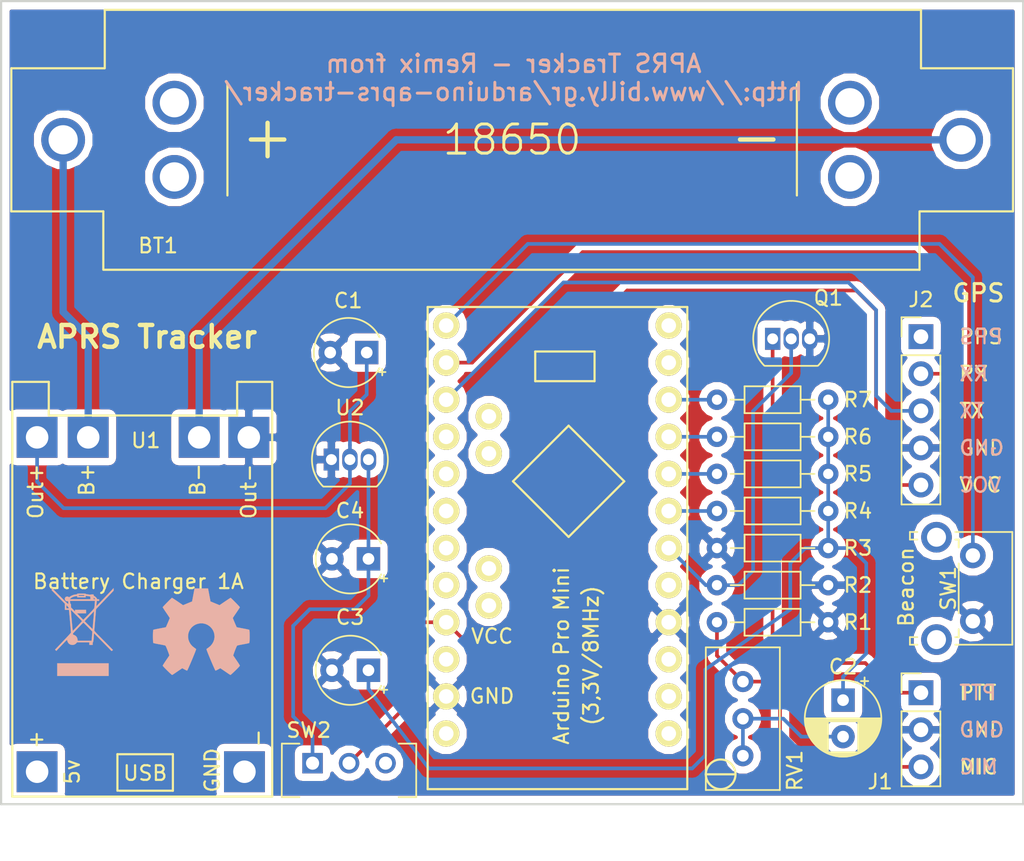
<source format=kicad_pcb>
(kicad_pcb (version 20221018) (generator pcbnew)
  (layers (0 "F.Cu" signal) (31 "B.Cu" signal) (34 "B.Paste" user) (35 "F.Paste" user) (36 "B.SilkS" user "B.Silkscreen") (37 "F.SilkS" user "F.Silkscreen") (38 "B.Mask" user) (39 "F.Mask" user) (44 "Edge.Cuts" user))
  (net 0 "")
  (net 1 "+3V3")
  (net 2 "GND")
  (net 3 "Net-(C1-Pad1)")
  (net 4 "/PTT")
  (net 5 "/PTT_IN")
  (net 6 "/RX")
  (net 7 "/TX")
  (net 8 "Net-(R4-Pad1)")
  (net 9 "Net-(R5-Pad1)")
  (net 10 "Net-(R6-Pad1)")
  (net 11 "Net-(R7-Pad1)")
  (net 12 "Net-(SW1-Pad1)")
  (net 13 "Net-(BT1-Pad1)")
  (net 14 "Net-(BT1-Pad2)")
  (net 15 "Net-(C2-Pad1)")
  (net 16 "Net-(C2-Pad2)")
  (net 17 "Net-(C4-Pad1)")
  (net 18 "/MIC_ANALOG_OUT")
  (footprint "Resistor_THT:R_Axial_DIN0204_L3.6mm_D1.6mm_P7.62mm_Horizontal" (layer "F.Cu") (at 119.526 138.42)
    (fp_text reference "R4" (at 9.652 0) (layer "F.SilkS"))
    (fp_text value "8,2k")
    (pad "1" thru_hole circle (at 0 0) (size 1.4 1.4) (drill 0.7) (layers "*.Cu" "*.Mask") (net 8 "Net-(R4-Pad1)"))
    (pad "2" thru_hole oval (at 7.62 0) (size 1.4 1.4) (drill 0.7) (layers "*.Cu" "*.Mask") (net 15 "Net-(C2-Pad1)"))
  )
  (footprint "Capacitor_THT:CP_Radial_Tantal_D4.5mm_P2.50mm" (layer "F.Cu") (at 95.54 127.57 180)
    (fp_text reference "C1" (at 1.27 3.556 180) (layer "F.SilkS"))
    (fp_text value "1uF")
    (pad "1" thru_hole rect (at 0 0 180) (size 1.6 1.6) (drill 0.8) (layers "*.Cu" "*.Mask") (net 3 "Net-(C1-Pad1)"))
    (pad "2" thru_hole circle (at 2.5 0 180) (size 1.6 1.6) (drill 0.8) (layers "*.Cu" "*.Mask") (net 2 "GND"))
  )
  (footprint "Resistor_THT:R_Axial_DIN0204_L3.6mm_D1.6mm_P7.62mm_Horizontal" (layer "F.Cu") (at 119.526 140.96)
    (fp_text reference "R3" (at 9.652 0) (layer "F.SilkS"))
    (fp_text value "270")
    (pad "1" thru_hole circle (at 0 0) (size 1.4 1.4) (drill 0.7) (layers "*.Cu" "*.Mask") (net 2 "GND"))
    (pad "2" thru_hole oval (at 7.62 0) (size 1.4 1.4) (drill 0.7) (layers "*.Cu" "*.Mask") (net 15 "Net-(C2-Pad1)"))
  )
  (footprint "Capacitor_THT:CP_Radial_D5.0mm_P2.50mm" (layer "F.Cu") (at 128.162 151.374 -90)
    (fp_text reference "C2" (at -2.286 0) (layer "F.SilkS"))
    (fp_text value "4,7uF/16V")
    (pad "1" thru_hole rect (at 0 0 270) (size 1.6 1.6) (drill 0.8) (layers "*.Cu" "*.Mask") (net 15 "Net-(C2-Pad1)"))
    (pad "2" thru_hole circle (at 2.5 0 270) (size 1.6 1.6) (drill 0.8) (layers "*.Cu" "*.Mask") (net 16 "Net-(C2-Pad2)"))
  )
  (footprint "Arduino-ProMini:Arduino-ProMini" (layer "F.Cu") (at 100.984 125.72 180)
    (fp_text reference "U3" hide)
    (fp_text value "Arduino-Pro-Mini" hide)
    (fp_text user "Mini" (at -7.89 -18.034 90) (layer "F.SilkS"))
    (fp_text user "Pro" (at -7.89 -21.336 90) (layer "F.SilkS"))
    (fp_text user "Arduino" (at -7.89 -25.908 90) (layer "F.SilkS"))
    (pad "1" thru_hole circle (at -15.24 -27.94 180) (size 1.8 1.8) (drill 1) (layers "*.Cu" "*.Mask" "F.SilkS"))
    (pad "2" thru_hole circle (at -15.24 -25.4 180) (size 1.8 1.8) (drill 1) (layers "*.Cu" "*.Mask" "F.SilkS"))
    (pad "3" thru_hole circle (at -15.24 -22.86 180) (size 1.8 1.8) (drill 1) (layers "*.Cu" "*.Mask" "F.SilkS"))
    (pad "4" thru_hole circle (at -15.24 -20.32 180) (size 1.8 1.8) (drill 1) (layers "*.Cu" "*.Mask" "F.SilkS") (net 2 "GND"))
    (pad "5" thru_hole circle (at -15.24 -17.78 180) (size 1.8 1.8) (drill 1) (layers "*.Cu" "*.Mask" "F.SilkS"))
    (pad "6" thru_hole circle (at -15.24 -15.24 180) (size 1.8 1.8) (drill 1) (layers "*.Cu" "*.Mask" "F.SilkS") (net 5 "/PTT_IN"))
    (pad "7" thru_hole circle (at -15.24 -12.7 180) (size 1.8 1.8) (drill 1) (layers "*.Cu" "*.Mask" "F.SilkS") (net 8 "Net-(R4-Pad1)"))
    (pad "8" thru_hole circle (at -15.24 -10.16 180) (size 1.8 1.8) (drill 1) (layers "*.Cu" "*.Mask" "F.SilkS") (net 9 "Net-(R5-Pad1)"))
    (pad "9" thru_hole circle (at -15.24 -7.62 180) (size 1.8 1.8) (drill 1) (layers "*.Cu" "*.Mask" "F.SilkS") (net 10 "Net-(R6-Pad1)"))
    (pad "10" thru_hole circle (at -15.24 -5.08 180) (size 1.8 1.8) (drill 1) (layers "*.Cu" "*.Mask" "F.SilkS") (net 11 "Net-(R7-Pad1)"))
    (pad "11" thru_hole circle (at -15.24 -2.54 180) (size 1.8 1.8) (drill 1) (layers "*.Cu" "*.Mask" "F.SilkS"))
    (pad "12" thru_hole circle (at -15.24 0 180) (size 1.8 1.8) (drill 1) (layers "*.Cu" "*.Mask" "F.SilkS"))
    (pad "13" thru_hole circle (at 0 0 180) (size 1.8 1.8) (drill 1) (layers "*.Cu" "*.Mask" "F.SilkS") (net 12 "Net-(SW1-Pad1)"))
    (pad "14" thru_hole circle (at 0 -2.54 180) (size 1.8 1.8) (drill 1) (layers "*.Cu" "*.Mask" "F.SilkS") (net 6 "/RX"))
    (pad "15" thru_hole circle (at 0 -5.08 180) (size 1.8 1.8) (drill 1) (layers "*.Cu" "*.Mask" "F.SilkS") (net 7 "/TX"))
    (pad "16" thru_hole circle (at 0 -7.62 180) (size 1.8 1.8) (drill 1) (layers "*.Cu" "*.Mask" "F.SilkS"))
    (pad "17" thru_hole circle (at 0 -10.16 180) (size 1.8 1.8) (drill 1) (layers "*.Cu" "*.Mask" "F.SilkS"))
    (pad "18" thru_hole circle (at 0 -12.7 180) (size 1.8 1.8) (drill 1) (layers "*.Cu" "*.Mask" "F.SilkS"))
    (pad "19" thru_hole circle (at 0 -15.24 180) (size 1.8 1.8) (drill 1) (layers "*.Cu" "*.Mask" "F.SilkS"))
    (pad "20" thru_hole circle (at 0 -17.78 180) (size 1.8 1.8) (drill 1) (layers "*.Cu" "*.Mask" "F.SilkS"))
    (pad "21" thru_hole circle (at 0 -20.32 180) (size 1.8 1.8) (drill 1) (layers "*.Cu" "*.Mask" "F.SilkS") (net 1 "+3V3"))
    (pad "22" thru_hole circle (at 0 -22.86 180) (size 1.8 1.8) (drill 1) (layers "*.Cu" "*.Mask" "F.SilkS"))
    (pad "23" thru_hole circle (at 0 -25.4 180) (size 1.8 1.8) (drill 1) (layers "*.Cu" "*.Mask" "F.SilkS") (net 2 "GND"))
    (pad "24" thru_hole circle (at 0 -27.94 180) (size 1.8 1.8) (drill 1) (layers "*.Cu" "*.Mask" "F.SilkS"))
    (pad "31" thru_hole circle (at -2.921 -16.637 180) (size 1.8 1.8) (drill 1) (layers "*.Cu" "*.Mask" "F.SilkS"))
    (pad "32" thru_hole circle (at -2.921 -19.177 180) (size 1.8 1.8) (drill 1) (layers "*.Cu" "*.Mask" "F.SilkS"))
    (pad "33" thru_hole circle (at -2.921 -6.223 180) (size 1.8 1.8) (drill 1) (layers "*.Cu" "*.Mask" "F.SilkS"))
    (pad "34" thru_hole circle (at -2.921 -8.763 180) (size 1.8 1.8) (drill 1) (layers "*.Cu" "*.Mask" "F.SilkS"))
  )
  (footprint "Resistor_THT:R_Axial_DIN0204_L3.6mm_D1.6mm_P7.62mm_Horizontal" (layer "F.Cu") (at 119.526 143.5)
    (fp_text reference "R2" (at 9.652 0) (layer "F.SilkS"))
    (fp_text value "10k")
    (pad "1" thru_hole circle (at 0 0) (size 1.4 1.4) (drill 0.7) (layers "*.Cu" "*.Mask") (net 5 "/PTT_IN"))
    (pad "2" thru_hole oval (at 7.62 0) (size 1.4 1.4) (drill 0.7) (layers "*.Cu" "*.Mask") (net 2 "GND"))
  )
  (footprint "Resistor_THT:R_Axial_DIN0204_L3.6mm_D1.6mm_P7.62mm_Horizontal" (layer "F.Cu") (at 127.146 146.04 180)
    (fp_text reference "R1" (at -2.032 0 180) (layer "F.SilkS"))
    (fp_text value "1k")
    (pad "1" thru_hole circle (at 0 0 180) (size 1.4 1.4) (drill 0.7) (layers "*.Cu" "*.Mask") (net 2 "GND"))
    (pad "2" thru_hole oval (at 7.62 0 180) (size 1.4 1.4) (drill 0.7) (layers "*.Cu" "*.Mask") (net 18 "/MIC_ANALOG_OUT"))
  )
  (footprint "Package_TO_SOT_THT:TO-92_Inline" (layer "F.Cu") (at 123.34 126.63)
    (fp_text reference "Q1" (at 3.81 -2.794) (layer "F.SilkS"))
    (fp_text value "BS170")
    (pad "1" thru_hole rect (at 0 0) (size 1.05 1.5) (drill 0.75) (layers "*.Cu" "*.Mask") (net 4 "/PTT"))
    (pad "2" thru_hole oval (at 1.27 0) (size 1.05 1.5) (drill 0.75) (layers "*.Cu" "*.Mask") (net 5 "/PTT_IN"))
    (pad "3" thru_hole oval (at 2.54 0) (size 1.05 1.5) (drill 0.75) (layers "*.Cu" "*.Mask") (net 2 "GND"))
  )
  (footprint "Capacitor_THT:CP_Radial_Tantal_D4.5mm_P2.50mm" (layer "F.Cu") (at 95.66 141.7 180)
    (fp_text reference "C4" (at 1.27 3.302 180) (layer "F.SilkS"))
    (fp_text value "1uF")
    (pad "1" thru_hole rect (at 0 0 180) (size 1.6 1.6) (drill 0.8) (layers "*.Cu" "*.Mask") (net 17 "Net-(C4-Pad1)"))
    (pad "2" thru_hole circle (at 2.5 0 180) (size 1.6 1.6) (drill 0.8) (layers "*.Cu" "*.Mask") (net 2 "GND"))
  )
  (footprint "Resistor_THT:R_Axial_DIN0204_L3.6mm_D1.6mm_P7.62mm_Horizontal" (layer "F.Cu") (at 119.526 135.88)
    (fp_text reference "R5" (at 9.652 0) (layer "F.SilkS"))
    (fp_text value "3,9k")
    (pad "1" thru_hole circle (at 0 0) (size 1.4 1.4) (drill 0.7) (layers "*.Cu" "*.Mask") (net 9 "Net-(R5-Pad1)"))
    (pad "2" thru_hole oval (at 7.62 0) (size 1.4 1.4) (drill 0.7) (layers "*.Cu" "*.Mask") (net 15 "Net-(C2-Pad1)"))
  )
  (footprint "TP4056:TP4056-18650" (layer "F.Cu") (at 71.266 157.978 90)
    (fp_text reference "U1" (at 24.384 9.144 180) (layer "F.SilkS"))
    (fp_text value "TP4056")
    (fp_text user "B-" (at 21.7 12.7 90) (layer "F.SilkS"))
    (fp_text user "Battery Charger 1A" (at 14.732 8.636 180) (layer "F.SilkS"))
    (fp_text user "5v" (at 1.7 4.1 90) (layer "F.SilkS"))
    (fp_text user "Out-" (at 20.9 16.2 90) (layer "F.SilkS"))
    (fp_text user "USB" (at 1.6 9.1 180) (layer "F.SilkS"))
    (fp_text user "B+" (at 21.7 5.1 90) (layer "F.SilkS"))
    (fp_text user "Out+" (at 20.9 1.6 90) (layer "F.SilkS"))
    (fp_text user "GND" (at 1.8 13.7 90) (layer "F.SilkS"))
    (fp_text user "-" (at 4 16.8 90) (layer "F.SilkS"))
    (fp_text user "+" (at 3.9 1.6 90) (layer "F.SilkS"))
    (pad "1" thru_hole rect (at 1.7 1.7 90) (size 2.8 2.8) (drill 1.54) (layers "*.Cu" "*.Mask"))
    (pad "2" thru_hole rect (at 1.7 15.9 90) (size 2.8 2.8) (drill 1.54) (layers "*.Cu" "*.Mask"))
    (pad "3" thru_hole rect (at 24.6 1.7 90) (size 2.8 2.8) (drill 1.54) (layers "*.Cu" "*.Mask") (net 3 "Net-(C1-Pad1)"))
    (pad "4" thru_hole rect (at 24.6 16.2 90) (size 2.8 2.8) (drill 1.54) (layers "*.Cu" "*.Mask") (net 2 "GND"))
    (pad "5" thru_hole rect (at 24.6 5.2 90) (size 2.8 2.8) (drill 1.54) (layers "*.Cu" "*.Mask") (net 13 "Net-(BT1-Pad1)"))
    (pad "6" thru_hole rect (at 24.6 12.8 90) (size 2.8 2.8) (drill 1.54) (layers "*.Cu" "*.Mask") (net 14 "Net-(BT1-Pad2)"))
  )
  (footprint "Button_Switch_THT:SW_CuK_JS202011BQN_SPDT_Angled" (layer "F.Cu") (at 91.84 155.692)
    (fp_text reference "SW2" (at -0.27 -2.26) (layer "F.SilkS"))
    (fp_text value "SW_SPDT")
    (pad "1" thru_hole rect (at -0.01 -0.001) (size 1.4 1.4) (drill 0.9) (layers "*.Cu" "*.Mask") (net 17 "Net-(C4-Pad1)"))
    (pad "2" thru_hole circle (at 2.49 -0.001) (size 1.4 1.4) (drill 0.9) (layers "*.Cu" "*.Mask") (net 1 "+3V3"))
    (pad "3" thru_hole circle (at 4.99 -0.001) (size 1.4 1.4) (drill 0.9) (layers "*.Cu" "*.Mask"))
  )
  (footprint "Button_Switch_THT:SW_Tactile_SPST_Angled_PTS645Vx31-2LFS" (layer "F.Cu") (at 137.052 141.468 -90)
    (fp_text reference "SW1" (at 2.25 1.68 270) (layer "F.SilkS"))
    (fp_text value "SW_Push")
    (pad "" thru_hole circle (at -1.25 2.49 270) (size 2.1 2.1) (drill 1.3) (layers "*.Cu" "*.Mask"))
    (pad "" thru_hole circle (at 5.76 2.49 270) (size 2.1 2.1) (drill 1.3) (layers "*.Cu" "*.Mask"))
    (pad "1" thru_hole circle (at 0 0 270) (size 1.75 1.75) (drill 0.99) (layers "*.Cu" "*.Mask") (net 12 "Net-(SW1-Pad1)"))
    (pad "2" thru_hole circle (at 4.5 0 270) (size 1.75 1.75) (drill 0.99) (layers "*.Cu" "*.Mask") (net 2 "GND"))
  )
  (footprint "Connector_PinHeader_2.54mm:PinHeader_1x03_P2.54mm_Vertical" (layer "F.Cu") (at 133.496 150.866)
    (fp_text reference "J1" (at -2.794 6.096) (layer "F.SilkS"))
    (fp_text value "Conn_01x03_Male")
    (pad "1" thru_hole rect (at 0 0) (size 1.7 1.7) (drill 1) (layers "*.Cu" "*.Mask") (net 4 "/PTT"))
    (pad "2" thru_hole oval (at 0 2.54) (size 1.7 1.7) (drill 1) (layers "*.Cu" "*.Mask") (net 2 "GND"))
    (pad "3" thru_hole oval (at 0 5.08) (size 1.7 1.7) (drill 1) (layers "*.Cu" "*.Mask") (net 18 "/MIC_ANALOG_OUT"))
  )
  (footprint "Resistor_THT:R_Axial_DIN0204_L3.6mm_D1.6mm_P7.62mm_Horizontal" (layer "F.Cu") (at 119.526 130.8)
    (fp_text reference "R7" (at 9.652 0) (layer "F.SilkS"))
    (fp_text value "1k")
    (pad "1" thru_hole circle (at 0 0) (size 1.4 1.4) (drill 0.7) (layers "*.Cu" "*.Mask") (net 11 "Net-(R7-Pad1)"))
    (pad "2" thru_hole oval (at 7.62 0) (size 1.4 1.4) (drill 0.7) (layers "*.Cu" "*.Mask") (net 15 "Net-(C2-Pad1)"))
  )
  (footprint "Resistor_THT:R_Axial_DIN0204_L3.6mm_D1.6mm_P7.62mm_Horizontal" (layer "F.Cu") (at 119.526 133.34)
    (fp_text reference "R6" (at 9.652 0) (layer "F.SilkS"))
    (fp_text value "2,2k")
    (pad "1" thru_hole circle (at 0 0) (size 1.4 1.4) (drill 0.7) (layers "*.Cu" "*.Mask") (net 10 "Net-(R6-Pad1)"))
    (pad "2" thru_hole oval (at 7.62 0) (size 1.4 1.4) (drill 0.7) (layers "*.Cu" "*.Mask") (net 15 "Net-(C2-Pad1)"))
  )
  (footprint "Connector_PinHeader_2.54mm:PinHeader_1x05_P2.54mm_Vertical" (layer "F.Cu") (at 133.496 126.482)
    (fp_text reference "J2" (at 0 -2.54) (layer "F.SilkS"))
    (fp_text value "Conn_01x05_Male")
    (pad "1" thru_hole rect (at 0 0) (size 1.7 1.7) (drill 1) (layers "*.Cu" "*.Mask"))
    (pad "2" thru_hole oval (at 0 2.54) (size 1.7 1.7) (drill 1) (layers "*.Cu" "*.Mask") (net 6 "/RX"))
    (pad "3" thru_hole oval (at 0 5.08) (size 1.7 1.7) (drill 1) (layers "*.Cu" "*.Mask") (net 7 "/TX"))
    (pad "4" thru_hole oval (at 0 7.62) (size 1.7 1.7) (drill 1) (layers "*.Cu" "*.Mask") (net 2 "GND"))
    (pad "5" thru_hole oval (at 0 10.16) (size 1.7 1.7) (drill 1) (layers "*.Cu" "*.Mask") (net 1 "+3V3"))
  )
  (footprint "Potentiometer_THT:Potentiometer_Bourns_3296W_Vertical" (layer "F.Cu") (at 121.304 155.184 -90)
    (fp_text reference "RV1" (at 1.016 -3.556 270) (layer "F.SilkS"))
    (fp_text value "10k")
    (pad "1" thru_hole circle (at 0 0 270) (size 1.44 1.44) (drill 0.8) (layers "*.Cu" "*.Mask") (net 16 "Net-(C2-Pad2)"))
    (pad "2" thru_hole circle (at -2.54 0 270) (size 1.44 1.44) (drill 0.8) (layers "*.Cu" "*.Mask") (net 16 "Net-(C2-Pad2)"))
    (pad "3" thru_hole circle (at -5.08 0 270) (size 1.44 1.44) (drill 0.8) (layers "*.Cu" "*.Mask") (net 18 "/MIC_ANALOG_OUT"))
  )
  (footprint "Package_TO_SOT_THT:TO-92_Inline" (layer "F.Cu") (at 93.12 134.9)
    (fp_text reference "U2" (at 1.27 -3.556) (layer "F.SilkS"))
    (fp_text value "MCP1700-3302E_TO92")
    (pad "1" thru_hole rect (at 0 0) (size 1.05 1.5) (drill 0.75) (layers "*.Cu" "*.Mask") (net 2 "GND"))
    (pad "2" thru_hole oval (at 1.27 0) (size 1.05 1.5) (drill 0.75) (layers "*.Cu" "*.Mask") (net 3 "Net-(C1-Pad1)"))
    (pad "3" thru_hole oval (at 2.54 0) (size 1.05 1.5) (drill 0.75) (layers "*.Cu" "*.Mask") (net 17 "Net-(C4-Pad1)"))
  )
  (footprint "Battery_ClipHolder_18650:Battery_ClipHolder_18650" (layer "F.Cu") (at 105.5 113)
    (fp_text reference "BT1" (at -24.25 7.25) (layer "F.SilkS"))
    (fp_text value "Battery_Cell")
    (fp_text user "+" (at -16.75 -0.25) (layer "F.SilkS") (effects (font (size 3 3) (thickness 0.3))))
    (fp_text user "18650" (at 0 0) (layer "F.SilkS") (effects (font (size 2 2) (thickness 0.2))))
    (fp_text user "-" (at 16.75 -0.25) (layer "F.SilkS") (effects (font (size 3 3) (thickness 0.3))))
    (pad "1" thru_hole circle (at -30.75 0 180) (size 3 3) (drill 2) (layers "*.Cu" "*.Mask") (net 13 "Net-(BT1-Pad1)"))
    (pad "2" thru_hole circle (at 30.75 0 180) (size 3 3) (drill 2) (layers "*.Cu" "*.Mask") (net 14 "Net-(BT1-Pad2)"))
    (pad "3" thru_hole circle (at -23.13 -2.54 180) (size 3 3) (drill 2) (layers "*.Cu" "*.Mask"))
    (pad "4" thru_hole circle (at -23.13 2.54 180) (size 3 3) (drill 2) (layers "*.Cu" "*.Mask"))
    (pad "5" thru_hole circle (at 23.13 -2.54 180) (size 3 3) (drill 2) (layers "*.Cu" "*.Mask"))
    (pad "6" thru_hole circle (at 23.13 2.54 180) (size 3 3) (drill 2) (layers "*.Cu" "*.Mask"))
  )
  (footprint "Capacitor_THT:CP_Radial_Tantal_D4.5mm_P2.50mm" (layer "F.Cu") (at 95.66 149.33 180)
    (fp_text reference "C3" (at 1.26 3.63 180) (layer "F.SilkS"))
    (fp_text value "100nF")
    (pad "1" thru_hole rect (at 0 0 180) (size 1.6 1.6) (drill 0.8) (layers "*.Cu" "*.Mask") (net 15 "Net-(C2-Pad1)"))
    (pad "2" thru_hole circle (at 2.5 0 180) (size 1.6 1.6) (drill 0.8) (layers "*.Cu" "*.Mask") (net 2 "GND"))
  )
  (footprint "Symbol:WEEE-Logo_4.2x6mm_SilkScreen" (layer "B.Cu") (at 76.092 146.702 180)
    (fp_text reference "REF**" hide)
    (fp_text value "WEEE-Logo_4.2x6mm_SilkScreen" hide)
  )
  (footprint "Symbol:OSHW-Symbol_6.7x6mm_SilkScreen" (layer "B.Cu") (at 84.22 146.702 180)
    (fp_text reference "REF**" hide)
    (fp_text value "OSHW-Symbol_6.7x6mm_SilkScreen" hide)
  )
  (gr_line (start 107.08 127.498) (end 107.08 129.53) (stroke (width 0.15)) (layer "F.SilkS"))
  (gr_line (start 107.08 129.53) (end 111.144 129.53) (stroke (width 0.15)) (layer "F.SilkS"))
  (gr_line (start 111.144 129.53) (end 111.144 127.498) (stroke (width 0.15)) (layer "F.SilkS"))
  (gr_line (start 109.366 140.198) (end 105.556 136.388) (stroke (width 0.15)) (layer "F.SilkS"))
  (gr_line (start 113.176 136.388) (end 109.366 132.578) (stroke (width 0.15)) (layer "F.SilkS"))
  (gr_line (start 105.556 136.388) (end 109.366 132.578) (stroke (width 0.15)) (layer "F.SilkS"))
  (gr_line (start 109.366 140.198) (end 113.176 136.388) (stroke (width 0.15)) (layer "F.SilkS"))
  (gr_line (start 111.144 127.498) (end 107.08 127.498) (stroke (width 0.15)) (layer "F.SilkS"))
  (gr_circle (center 119.78 156.454) (end 119.78 155.438) (stroke (width 0.15)) (fill none) (layer "F.SilkS"))
  (gr_line (start 118.764 156.454) (end 120.796 156.454) (stroke (width 0.15)) (layer "F.SilkS"))
  (gr_line (start 70.5 103.5) (end 70.5 158.5) (stroke (width 0.15)) (layer "Edge.Cuts"))
  (gr_line (start 140.5 158.5) (end 140.5 103.5) (stroke (width 0.15)) (layer "Edge.Cuts"))
  (gr_line (start 140.5 103.5) (end 70.5 103.5) (stroke (width 0.15)) (layer "Edge.Cuts"))
  (gr_line (start 70.5 158.5) (end 140.5 158.5) (stroke (width 0.15)) (layer "Edge.Cuts"))
  (gr_text "PPS" (at 136.036 126.482) (layer "B.SilkS") (effects (font (size 1 1)) (justify right mirror)))
  (gr_text "PTT\n" (at 136.036 150.866) (layer "B.SilkS") (effects (font (size 1 1)) (justify right mirror)))
  (gr_text "TX\n" (at 136.036 131.562) (layer "B.SilkS") (effects (font (size 1 1)) (justify right mirror)))
  (gr_text "RX" (at 136.036 129.022) (layer "B.SilkS") (effects (font (size 1 1)) (justify right mirror)))
  (gr_text "GND" (at 136.036 134.102) (layer "B.SilkS") (effects (font (size 1 1)) (justify right mirror)))
  (gr_text "APRS Tracker - Remix from\nhttp://www.billy.gr/arduino-aprs-tracker/" (at 105.6 108.75) (layer "B.SilkS") (effects (font (size 1.2 1.2) (thickness 0.2)) (justify mirror)))
  (gr_text "VCC" (at 136.036 136.642) (layer "B.SilkS") (effects (font (size 1 1)) (justify right mirror)))
  (gr_text "GND" (at 136.036 153.406) (layer "B.SilkS") (effects (font (size 1 1)) (justify right mirror)))
  (gr_text "MIC" (at 136.036 155.946) (layer "B.SilkS") (effects (font (size 1 1)) (justify right mirror)))
  (gr_text "VCC" (at 136.036 136.642) (layer "F.SilkS") (effects (font (size 1 1)) (justify left)))
  (gr_text "MIC" (at 136.036 155.946) (layer "F.SilkS") (effects (font (size 1 1)) (justify left)))
  (gr_text "Beacon" (at 132.48 143.627 90) (layer "F.SilkS") (effects (font (size 1 1))))
  (gr_text "VCC" (at 102.6 147) (layer "F.SilkS") (effects (font (size 1 1)) (justify left)))
  (gr_text "RX" (at 136.036 129.022) (layer "F.SilkS") (effects (font (size 1 1)) (justify left)))
  (gr_text "GND" (at 136.036 134.102) (layer "F.SilkS") (effects (font (size 1 1)) (justify left)))
  (gr_text "PPS" (at 136.036 126.482) (layer "F.SilkS") (effects (font (size 1 1)) (justify left)))
  (gr_text "TX\n" (at 136.036 131.562) (layer "F.SilkS") (effects (font (size 1 1)) (justify left)))
  (gr_text "GPS" (at 135.528 123.5) (layer "F.SilkS") (effects (font (size 1.2 1.2) (thickness 0.2)) (justify left)))
  (gr_text "GND" (at 136.036 153.406) (layer "F.SilkS") (effects (font (size 1 1)) (justify left)))
  (gr_text "(3,3V/8MHz)" (at 110.906 148.326 90) (layer "F.SilkS") (effects (font (size 1 1))))
  (gr_text "GND" (at 102.5 151.1) (layer "F.SilkS") (effects (font (size 1 1)) (justify left)))
  (gr_text "PTT" (at 136.036 150.866) (layer "F.SilkS") (effects (font (size 1 1)) (justify left)))
  (gr_text "APRS Tracker" (at 80.5 126.5) (layer "F.SilkS") (effects (font (size 1.5 1.5) (thickness 0.3))))
  (segment (start 113.38 123.32) (end 129.064 123.32) (width 0.25) (layer "F.Cu") (net 1))
  (segment (start 102.254 147.31) (end 105.81 147.31) (width 0.25) (layer "F.Cu") (net 1))
  (segment (start 107.08 129.62) (end 113.38 123.32) (width 0.25) (layer "F.Cu") (net 1))
  (segment (start 99.11 146.04) (end 98.22 146.93) (width 0.25) (layer "F.Cu") (net 1))
  (segment (start 129.064 123.32) (end 130.42 124.676) (width 0.25) (layer "F.Cu") (net 1))
  (segment (start 130.42 124.676) (end 130.42 135.344) (width 0.25) (layer "F.Cu") (net 1))
  (segment (start 100.984 146.04) (end 99.11 146.04) (width 0.25) (layer "F.Cu") (net 1))
  (segment (start 100.984 146.04) (end 102.254 147.31) (width 0.25) (layer "F.Cu") (net 1))
  (segment (start 107.08 146.04) (end 107.08 129.62) (width 0.25) (layer "F.Cu") (net 1))
  (segment (start 130.42 135.344) (end 131.718 136.642) (width 0.25) (layer "F.Cu") (net 1))
  (segment (start 131.718 136.642) (end 133.496 136.642) (width 0.25) (layer "F.Cu") (net 1))
  (segment (start 98.22 146.93) (end 98.22 151.801) (width 0.25) (layer "F.Cu") (net 1))
  (segment (start 98.22 151.801) (end 94.33 155.691) (width 0.25) (layer "F.Cu") (net 1))
  (segment (start 105.81 147.31) (end 107.08 146.04) (width 0.25) (layer "F.Cu") (net 1))
  (segment (start 95.54 127.57) (end 95.54 130.4438) (width 0.25) (layer "B.Cu") (net 3))
  (segment (start 72.966 136.4152) (end 74.7776 138.2268) (width 0.25) (layer "B.Cu") (net 3))
  (segment (start 94.39 136.5468) (end 94.39 134.9) (width 0.25) (layer "B.Cu") (net 3))
  (segment (start 94.39 133.9) (end 94.39 134.9) (width 0.25) (layer "B.Cu") (net 3))
  (segment (start 92.71 138.2268) (end 94.39 136.5468) (width 0.25) (layer "B.Cu") (net 3))
  (segment (start 72.966 133.378) (end 72.966 136.4152) (width 0.25) (layer "B.Cu") (net 3))
  (segment (start 95.54 130.4438) (end 94.39 131.5938) (width 0.25) (layer "B.Cu") (net 3))
  (segment (start 94.39 131.5938) (end 94.39 133.9) (width 0.25) (layer "B.Cu") (net 3))
  (segment (start 74.7776 138.2268) (end 92.71 138.2268) (width 0.25) (layer "B.Cu") (net 3))
  (segment (start 131.718 150.866) (end 133.496 150.866) (width 0.25) (layer "F.Cu") (net 4))
  (segment (start 123.34 126.63) (end 123.336 147.056) (width 0.25) (layer "F.Cu") (net 4))
  (segment (start 123.336 147.056) (end 125.114 148.834) (width 0.25) (layer "F.Cu") (net 4))
  (segment (start 129.686 148.834) (end 131.718 150.866) (width 0.25) (layer "F.Cu") (net 4))
  (segment (start 125.114 148.834) (end 129.686 148.834) (width 0.25) (layer "F.Cu") (net 4))
  (segment (start 116.224 140.96) (end 118.764 143.5) (width 0.25) (layer "B.Cu") (net 5))
  (segment (start 118.764 143.5) (end 119.526 143.5) (width 0.25) (layer "B.Cu") (net 5))
  (segment (start 122 131.58) (end 122 142.5) (width 0.25) (layer "B.Cu") (net 5))
  (segment (start 124.61 126.63) (end 124.61 128.97) (width 0.25) (layer "B.Cu") (net 5))
  (segment (start 122 142.5) (end 121 143.5) (width 0.25) (layer "B.Cu") (net 5))
  (segment (start 124.61 128.97) (end 122 131.58) (width 0.25) (layer "B.Cu") (net 5))
  (segment (start 121 143.5) (end 119.526 143.5) (width 0.25) (layer "B.Cu") (net 5))
  (segment (start 136.036 123.688) (end 133.038 120.69) (width 0.25) (layer "F.Cu") (net 6))
  (segment (start 135.528 129.022) (end 136.036 128.514) (width 0.25) (layer "F.Cu") (net 6))
  (segment (start 110.332 120.69) (end 102.762 128.26) (width 0.25) (layer "F.Cu") (net 6))
  (segment (start 136.036 128.514) (end 136.036 123.688) (width 0.25) (layer "F.Cu") (net 6))
  (segment (start 133.496 129.022) (end 135.528 129.022) (width 0.25) (layer "F.Cu") (net 6))
  (segment (start 102.762 128.26) (end 100.984 128.26) (width 0.25) (layer "F.Cu") (net 6))
  (segment (start 133.038 120.69) (end 110.332 120.69) (width 0.25) (layer "F.Cu") (net 6))
  (segment (start 130.429 124.6632) (end 128.5358 122.77) (width 0.25) (layer "B.Cu") (net 7))
  (segment (start 130.429 130.5306) (end 130.429 124.6632) (width 0.25) (layer "B.Cu") (net 7))
  (segment (start 128.5358 122.77) (end 109.014 122.77) (width 0.25) (layer "B.Cu") (net 7))
  (segment (start 109.014 122.77) (end 100.984 130.8) (width 0.25) (layer "B.Cu") (net 7))
  (segment (start 133.496 131.562) (end 131.4604 131.562) (width 0.25) (layer "B.Cu") (net 7))
  (segment (start 131.4604 131.562) (end 130.429 130.5306) (width 0.25) (layer "B.Cu") (net 7))
  (segment (start 116.224 138.42) (end 119.526 138.42) (width 0.25) (layer "B.Cu") (net 8))
  (segment (start 119.526 135.88) (end 116.224 135.88) (width 0.25) (layer "B.Cu") (net 9))
  (segment (start 119.526 133.34) (end 116.224 133.34) (width 0.25) (layer "B.Cu") (net 10))
  (segment (start 119.526 130.8) (end 116.224 130.8) (width 0.25) (layer "B.Cu") (net 11))
  (segment (start 134.764 120.13) (end 137.052 122.418) (width 0.25) (layer "B.Cu") (net 12))
  (segment (start 137.052 122.418) (end 137.052 141.468) (width 0.25) (layer "B.Cu") (net 12))
  (segment (start 100.984 125.72) (end 106.574 120.13) (width 0.25) (layer "B.Cu") (net 12))
  (segment (start 106.574 120.13) (end 134.764 120.13) (width 0.25) (layer "B.Cu") (net 12))
  (segment (start 76.466 126.504) (end 76.466 133.378) (width 0.5) (layer "B.Cu") (net 13))
  (segment (start 74.75 113) (end 74.75 124.788) (width 0.5) (layer "B.Cu") (net 13))
  (segment (start 74.75 124.788) (end 76.466 126.504) (width 0.5) (layer "B.Cu") (net 13))
  (segment (start 84.066 126.5) (end 84.066 133.378) (width 0.5) (layer "B.Cu") (net 14))
  (segment (start 97.566 113) (end 84.066 126.5) (width 0.5) (layer "B.Cu") (net 14))
  (segment (start 136.25 113) (end 97.566 113) (width 0.5) (layer "B.Cu") (net 14))
  (segment (start 118.72 155.16) (end 117.83 156.05) (width 0.25) (layer "B.Cu") (net 15))
  (segment (start 124.549098 141.99) (end 124.549098 145.165) (width 0.25) (layer "B.Cu") (net 15))
  (segment (start 117.83 156.05) (end 99.79 156.05) (width 0.25) (layer "B.Cu") (net 15))
  (segment (start 99.79 156.05) (end 95.66 150.6) (width 0.25) (layer "B.Cu") (net 15))
  (segment (start 127.146 140.96) (end 127.146 130.8) (width 0.25) (layer "B.Cu") (net 15))
  (segment (start 118.72 149.28) (end 118.72 155.16) (width 0.25) (layer "B.Cu") (net 15))
  (segment (start 128.162 149.768) (end 129.75 148.18) (width 0.25) (layer "B.Cu") (net 15))
  (segment (start 129.75 142) (end 128.71 140.96) (width 0.25) (layer "B.Cu") (net 15))
  (segment (start 125.579098 140.96) (end 124.549098 141.99) (width 0.25) (layer "B.Cu") (net 15))
  (segment (start 128.162 151.374) (end 128.162 149.768) (width 0.25) (layer "B.Cu") (net 15))
  (segment (start 95.66 150.6) (end 95.66 149.33) (width 0.25) (layer "B.Cu") (net 15))
  (segment (start 127.146 140.96) (end 125.579098 140.96) (width 0.25) (layer "B.Cu") (net 15))
  (segment (start 129.75 148.18) (end 129.75 142) (width 0.25) (layer "B.Cu") (net 15))
  (segment (start 128.71 140.96) (end 127.146 140.96) (width 0.25) (layer "B.Cu") (net 15))
  (segment (start 124.549098 145.165) (end 118.72 149.28) (width 0.25) (layer "B.Cu") (net 15))
  (segment (start 121.304 152.644) (end 121.304 155.184) (width 0.25) (layer "B.Cu") (net 16))
  (segment (start 128.162 153.874) (end 125.3026 153.874) (width 0.25) (layer "B.Cu") (net 16))
  (segment (start 124.0726 152.644) (end 121.304 152.644) (width 0.25) (layer "B.Cu") (net 16))
  (segment (start 125.3026 153.874) (end 124.0726 152.644) (width 0.25) (layer "B.Cu") (net 16))
  (segment (start 94.72 145.15) (end 95.66 144.21) (width 0.25) (layer "B.Cu") (net 17))
  (segment (start 90.5 146.29) (end 91.64 145.15) (width 0.25) (layer "B.Cu") (net 17))
  (segment (start 91.83 153.82) (end 90.5 152.49) (width 0.25) (layer "B.Cu") (net 17))
  (segment (start 91.64 145.15) (end 94.72 145.15) (width 0.25) (layer "B.Cu") (net 17))
  (segment (start 91.83 155.691) (end 91.83 153.82) (width 0.25) (layer "B.Cu") (net 17))
  (segment (start 95.66 134.9) (end 95.66 141.7) (width 0.25) (layer "B.Cu") (net 17))
  (segment (start 95.66 144.21) (end 95.66 141.7) (width 0.25) (layer "B.Cu") (net 17))
  (segment (start 90.5 152.49) (end 90.5 146.29) (width 0.25) (layer "B.Cu") (net 17))
  (segment (start 119.526 148.326) (end 121.304 150.104) (width 0.25) (layer "F.Cu") (net 18))
  (segment (start 123.844 154.168) (end 125.622 155.946) (width 0.25) (layer "F.Cu") (net 18))
  (segment (start 121.304 150.104) (end 122.828 150.104) (width 0.25) (layer "F.Cu") (net 18))
  (segment (start 119.526 146.04) (end 119.526 148.326) (width 0.25) (layer "F.Cu") (net 18))
  (segment (start 122.828 150.104) (end 123.844 151.12) (width 0.25) (layer "F.Cu") (net 18))
  (segment (start 123.844 151.12) (end 123.844 154.168) (width 0.25) (layer "F.Cu") (net 18))
  (segment (start 125.622 155.946) (end 133.496 155.946) (width 0.25) (layer "F.Cu") (net 18))
  (zone (net 2) (net_name "GND") (layer "F.Cu") (connect_pads (clearance 0.508)) (min_thickness 0.254) (fill yes (thermal_gap 0.508) (thermal_bridge_width 0.508))
    (polygon (pts (xy 70.5 103.5) (xy 140.5 103.5) (xy 140.5 158.5) (xy 70.5 158.5)))
  )
  (zone (net 2) (net_name "GND") (layer "B.Cu") (connect_pads (clearance 0.508)) (min_thickness 0.254) (fill yes (thermal_gap 0.508) (thermal_bridge_width 0.508))
    (polygon (pts (xy 70.5 103.5) (xy 140.5 103.5) (xy 140.5 158.5) (xy 70.5 158.5)))
  )
)
</source>
